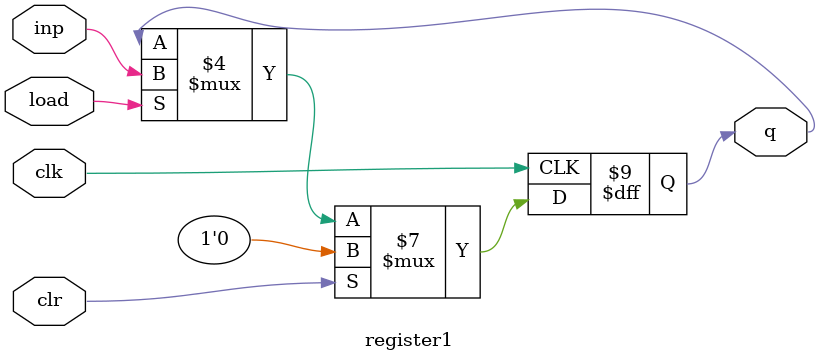
<source format=v>
module register1(load, clk, clr, inp, q);
	input load, clr, clk, inp;
	output reg q;

	always @(posedge clk)
		if (clr == 1)
			q <= 0;
		else if (load == 1)
			q <= inp;
endmodule


</source>
